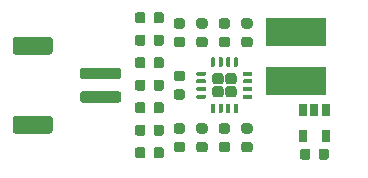
<source format=gbr>
%TF.GenerationSoftware,KiCad,Pcbnew,5.1.9+dfsg1-1~bpo10+1*%
%TF.CreationDate,Date%
%TF.ProjectId,BOOST,424f4f53-542e-46b6-9963-61645f706362,v1.8*%
%TF.SameCoordinates,Original*%
%TF.FileFunction,Paste,Top*%
%TF.FilePolarity,Positive*%
%FSLAX46Y46*%
G04 Gerber Fmt 4.6, Leading zero omitted, Abs format (unit mm)*
G04 Created by KiCad*
%MOMM*%
%LPD*%
G01*
G04 APERTURE LIST*
%ADD10R,5.100000X2.350000*%
%ADD11R,0.650000X1.060000*%
G04 APERTURE END LIST*
D10*
%TO.C,L1*%
X23241000Y-7282000D03*
X23241000Y-3132000D03*
%TD*%
%TO.C,C3*%
G36*
G01*
X19306250Y-2825000D02*
X18793750Y-2825000D01*
G75*
G02*
X18575000Y-2606250I0J218750D01*
G01*
X18575000Y-2168750D01*
G75*
G02*
X18793750Y-1950000I218750J0D01*
G01*
X19306250Y-1950000D01*
G75*
G02*
X19525000Y-2168750I0J-218750D01*
G01*
X19525000Y-2606250D01*
G75*
G02*
X19306250Y-2825000I-218750J0D01*
G01*
G37*
G36*
G01*
X19306250Y-4400000D02*
X18793750Y-4400000D01*
G75*
G02*
X18575000Y-4181250I0J218750D01*
G01*
X18575000Y-3743750D01*
G75*
G02*
X18793750Y-3525000I218750J0D01*
G01*
X19306250Y-3525000D01*
G75*
G02*
X19525000Y-3743750I0J-218750D01*
G01*
X19525000Y-4181250D01*
G75*
G02*
X19306250Y-4400000I-218750J0D01*
G01*
G37*
%TD*%
%TO.C,C6*%
G36*
G01*
X18793750Y-12415000D02*
X19306250Y-12415000D01*
G75*
G02*
X19525000Y-12633750I0J-218750D01*
G01*
X19525000Y-13071250D01*
G75*
G02*
X19306250Y-13290000I-218750J0D01*
G01*
X18793750Y-13290000D01*
G75*
G02*
X18575000Y-13071250I0J218750D01*
G01*
X18575000Y-12633750D01*
G75*
G02*
X18793750Y-12415000I218750J0D01*
G01*
G37*
G36*
G01*
X18793750Y-10840000D02*
X19306250Y-10840000D01*
G75*
G02*
X19525000Y-11058750I0J-218750D01*
G01*
X19525000Y-11496250D01*
G75*
G02*
X19306250Y-11715000I-218750J0D01*
G01*
X18793750Y-11715000D01*
G75*
G02*
X18575000Y-11496250I0J218750D01*
G01*
X18575000Y-11058750D01*
G75*
G02*
X18793750Y-10840000I218750J0D01*
G01*
G37*
%TD*%
%TO.C,C7*%
G36*
G01*
X16888750Y-12415000D02*
X17401250Y-12415000D01*
G75*
G02*
X17620000Y-12633750I0J-218750D01*
G01*
X17620000Y-13071250D01*
G75*
G02*
X17401250Y-13290000I-218750J0D01*
G01*
X16888750Y-13290000D01*
G75*
G02*
X16670000Y-13071250I0J218750D01*
G01*
X16670000Y-12633750D01*
G75*
G02*
X16888750Y-12415000I218750J0D01*
G01*
G37*
G36*
G01*
X16888750Y-10840000D02*
X17401250Y-10840000D01*
G75*
G02*
X17620000Y-11058750I0J-218750D01*
G01*
X17620000Y-11496250D01*
G75*
G02*
X17401250Y-11715000I-218750J0D01*
G01*
X16888750Y-11715000D01*
G75*
G02*
X16670000Y-11496250I0J218750D01*
G01*
X16670000Y-11058750D01*
G75*
G02*
X16888750Y-10840000I218750J0D01*
G01*
G37*
%TD*%
%TO.C,C5*%
G36*
G01*
X10445000Y-5458750D02*
X10445000Y-5971250D01*
G75*
G02*
X10226250Y-6190000I-218750J0D01*
G01*
X9788750Y-6190000D01*
G75*
G02*
X9570000Y-5971250I0J218750D01*
G01*
X9570000Y-5458750D01*
G75*
G02*
X9788750Y-5240000I218750J0D01*
G01*
X10226250Y-5240000D01*
G75*
G02*
X10445000Y-5458750I0J-218750D01*
G01*
G37*
G36*
G01*
X12020000Y-5458750D02*
X12020000Y-5971250D01*
G75*
G02*
X11801250Y-6190000I-218750J0D01*
G01*
X11363750Y-6190000D01*
G75*
G02*
X11145000Y-5971250I0J218750D01*
G01*
X11145000Y-5458750D01*
G75*
G02*
X11363750Y-5240000I218750J0D01*
G01*
X11801250Y-5240000D01*
G75*
G02*
X12020000Y-5458750I0J-218750D01*
G01*
G37*
%TD*%
%TO.C,C4*%
G36*
G01*
X17401250Y-2825000D02*
X16888750Y-2825000D01*
G75*
G02*
X16670000Y-2606250I0J218750D01*
G01*
X16670000Y-2168750D01*
G75*
G02*
X16888750Y-1950000I218750J0D01*
G01*
X17401250Y-1950000D01*
G75*
G02*
X17620000Y-2168750I0J-218750D01*
G01*
X17620000Y-2606250D01*
G75*
G02*
X17401250Y-2825000I-218750J0D01*
G01*
G37*
G36*
G01*
X17401250Y-4400000D02*
X16888750Y-4400000D01*
G75*
G02*
X16670000Y-4181250I0J218750D01*
G01*
X16670000Y-3743750D01*
G75*
G02*
X16888750Y-3525000I218750J0D01*
G01*
X17401250Y-3525000D01*
G75*
G02*
X17620000Y-3743750I0J-218750D01*
G01*
X17620000Y-4181250D01*
G75*
G02*
X17401250Y-4400000I-218750J0D01*
G01*
G37*
%TD*%
%TO.C,R8*%
G36*
G01*
X13078750Y-12415000D02*
X13591250Y-12415000D01*
G75*
G02*
X13810000Y-12633750I0J-218750D01*
G01*
X13810000Y-13071250D01*
G75*
G02*
X13591250Y-13290000I-218750J0D01*
G01*
X13078750Y-13290000D01*
G75*
G02*
X12860000Y-13071250I0J218750D01*
G01*
X12860000Y-12633750D01*
G75*
G02*
X13078750Y-12415000I218750J0D01*
G01*
G37*
G36*
G01*
X13078750Y-10840000D02*
X13591250Y-10840000D01*
G75*
G02*
X13810000Y-11058750I0J-218750D01*
G01*
X13810000Y-11496250D01*
G75*
G02*
X13591250Y-11715000I-218750J0D01*
G01*
X13078750Y-11715000D01*
G75*
G02*
X12860000Y-11496250I0J218750D01*
G01*
X12860000Y-11058750D01*
G75*
G02*
X13078750Y-10840000I218750J0D01*
G01*
G37*
%TD*%
%TO.C,R7*%
G36*
G01*
X15496250Y-11715000D02*
X14983750Y-11715000D01*
G75*
G02*
X14765000Y-11496250I0J218750D01*
G01*
X14765000Y-11058750D01*
G75*
G02*
X14983750Y-10840000I218750J0D01*
G01*
X15496250Y-10840000D01*
G75*
G02*
X15715000Y-11058750I0J-218750D01*
G01*
X15715000Y-11496250D01*
G75*
G02*
X15496250Y-11715000I-218750J0D01*
G01*
G37*
G36*
G01*
X15496250Y-13290000D02*
X14983750Y-13290000D01*
G75*
G02*
X14765000Y-13071250I0J218750D01*
G01*
X14765000Y-12633750D01*
G75*
G02*
X14983750Y-12415000I218750J0D01*
G01*
X15496250Y-12415000D01*
G75*
G02*
X15715000Y-12633750I0J-218750D01*
G01*
X15715000Y-13071250D01*
G75*
G02*
X15496250Y-13290000I-218750J0D01*
G01*
G37*
%TD*%
%TO.C,R6*%
G36*
G01*
X14983750Y-3525000D02*
X15496250Y-3525000D01*
G75*
G02*
X15715000Y-3743750I0J-218750D01*
G01*
X15715000Y-4181250D01*
G75*
G02*
X15496250Y-4400000I-218750J0D01*
G01*
X14983750Y-4400000D01*
G75*
G02*
X14765000Y-4181250I0J218750D01*
G01*
X14765000Y-3743750D01*
G75*
G02*
X14983750Y-3525000I218750J0D01*
G01*
G37*
G36*
G01*
X14983750Y-1950000D02*
X15496250Y-1950000D01*
G75*
G02*
X15715000Y-2168750I0J-218750D01*
G01*
X15715000Y-2606250D01*
G75*
G02*
X15496250Y-2825000I-218750J0D01*
G01*
X14983750Y-2825000D01*
G75*
G02*
X14765000Y-2606250I0J218750D01*
G01*
X14765000Y-2168750D01*
G75*
G02*
X14983750Y-1950000I218750J0D01*
G01*
G37*
%TD*%
%TO.C,R5*%
G36*
G01*
X13591250Y-2825000D02*
X13078750Y-2825000D01*
G75*
G02*
X12860000Y-2606250I0J218750D01*
G01*
X12860000Y-2168750D01*
G75*
G02*
X13078750Y-1950000I218750J0D01*
G01*
X13591250Y-1950000D01*
G75*
G02*
X13810000Y-2168750I0J-218750D01*
G01*
X13810000Y-2606250D01*
G75*
G02*
X13591250Y-2825000I-218750J0D01*
G01*
G37*
G36*
G01*
X13591250Y-4400000D02*
X13078750Y-4400000D01*
G75*
G02*
X12860000Y-4181250I0J218750D01*
G01*
X12860000Y-3743750D01*
G75*
G02*
X13078750Y-3525000I218750J0D01*
G01*
X13591250Y-3525000D01*
G75*
G02*
X13810000Y-3743750I0J-218750D01*
G01*
X13810000Y-4181250D01*
G75*
G02*
X13591250Y-4400000I-218750J0D01*
G01*
G37*
%TD*%
%TO.C,R4*%
G36*
G01*
X13591250Y-7270000D02*
X13078750Y-7270000D01*
G75*
G02*
X12860000Y-7051250I0J218750D01*
G01*
X12860000Y-6613750D01*
G75*
G02*
X13078750Y-6395000I218750J0D01*
G01*
X13591250Y-6395000D01*
G75*
G02*
X13810000Y-6613750I0J-218750D01*
G01*
X13810000Y-7051250D01*
G75*
G02*
X13591250Y-7270000I-218750J0D01*
G01*
G37*
G36*
G01*
X13591250Y-8845000D02*
X13078750Y-8845000D01*
G75*
G02*
X12860000Y-8626250I0J218750D01*
G01*
X12860000Y-8188750D01*
G75*
G02*
X13078750Y-7970000I218750J0D01*
G01*
X13591250Y-7970000D01*
G75*
G02*
X13810000Y-8188750I0J-218750D01*
G01*
X13810000Y-8626250D01*
G75*
G02*
X13591250Y-8845000I-218750J0D01*
G01*
G37*
%TD*%
%TO.C,R3*%
G36*
G01*
X25115000Y-13718250D02*
X25115000Y-13205750D01*
G75*
G02*
X25333750Y-12987000I218750J0D01*
G01*
X25771250Y-12987000D01*
G75*
G02*
X25990000Y-13205750I0J-218750D01*
G01*
X25990000Y-13718250D01*
G75*
G02*
X25771250Y-13937000I-218750J0D01*
G01*
X25333750Y-13937000D01*
G75*
G02*
X25115000Y-13718250I0J218750D01*
G01*
G37*
G36*
G01*
X23540000Y-13718250D02*
X23540000Y-13205750D01*
G75*
G02*
X23758750Y-12987000I218750J0D01*
G01*
X24196250Y-12987000D01*
G75*
G02*
X24415000Y-13205750I0J-218750D01*
G01*
X24415000Y-13718250D01*
G75*
G02*
X24196250Y-13937000I-218750J0D01*
G01*
X23758750Y-13937000D01*
G75*
G02*
X23540000Y-13718250I0J218750D01*
G01*
G37*
%TD*%
%TO.C,U2*%
G36*
G01*
X18295000Y-9257500D02*
X18295000Y-9907500D01*
G75*
G02*
X18207500Y-9995000I-87500J0D01*
G01*
X18032500Y-9995000D01*
G75*
G02*
X17945000Y-9907500I0J87500D01*
G01*
X17945000Y-9257500D01*
G75*
G02*
X18032500Y-9170000I87500J0D01*
G01*
X18207500Y-9170000D01*
G75*
G02*
X18295000Y-9257500I0J-87500D01*
G01*
G37*
G36*
G01*
X17645000Y-9257500D02*
X17645000Y-9907500D01*
G75*
G02*
X17557500Y-9995000I-87500J0D01*
G01*
X17382500Y-9995000D01*
G75*
G02*
X17295000Y-9907500I0J87500D01*
G01*
X17295000Y-9257500D01*
G75*
G02*
X17382500Y-9170000I87500J0D01*
G01*
X17557500Y-9170000D01*
G75*
G02*
X17645000Y-9257500I0J-87500D01*
G01*
G37*
G36*
G01*
X16995000Y-9257500D02*
X16995000Y-9907500D01*
G75*
G02*
X16907500Y-9995000I-87500J0D01*
G01*
X16732500Y-9995000D01*
G75*
G02*
X16645000Y-9907500I0J87500D01*
G01*
X16645000Y-9257500D01*
G75*
G02*
X16732500Y-9170000I87500J0D01*
G01*
X16907500Y-9170000D01*
G75*
G02*
X16995000Y-9257500I0J-87500D01*
G01*
G37*
G36*
G01*
X16345000Y-9257500D02*
X16345000Y-9907500D01*
G75*
G02*
X16257500Y-9995000I-87500J0D01*
G01*
X16082500Y-9995000D01*
G75*
G02*
X15995000Y-9907500I0J87500D01*
G01*
X15995000Y-9257500D01*
G75*
G02*
X16082500Y-9170000I87500J0D01*
G01*
X16257500Y-9170000D01*
G75*
G02*
X16345000Y-9257500I0J-87500D01*
G01*
G37*
G36*
G01*
X15595000Y-8507500D02*
X15595000Y-8682500D01*
G75*
G02*
X15507500Y-8770000I-87500J0D01*
G01*
X14857500Y-8770000D01*
G75*
G02*
X14770000Y-8682500I0J87500D01*
G01*
X14770000Y-8507500D01*
G75*
G02*
X14857500Y-8420000I87500J0D01*
G01*
X15507500Y-8420000D01*
G75*
G02*
X15595000Y-8507500I0J-87500D01*
G01*
G37*
G36*
G01*
X15595000Y-7857500D02*
X15595000Y-8032500D01*
G75*
G02*
X15507500Y-8120000I-87500J0D01*
G01*
X14857500Y-8120000D01*
G75*
G02*
X14770000Y-8032500I0J87500D01*
G01*
X14770000Y-7857500D01*
G75*
G02*
X14857500Y-7770000I87500J0D01*
G01*
X15507500Y-7770000D01*
G75*
G02*
X15595000Y-7857500I0J-87500D01*
G01*
G37*
G36*
G01*
X15595000Y-7207500D02*
X15595000Y-7382500D01*
G75*
G02*
X15507500Y-7470000I-87500J0D01*
G01*
X14857500Y-7470000D01*
G75*
G02*
X14770000Y-7382500I0J87500D01*
G01*
X14770000Y-7207500D01*
G75*
G02*
X14857500Y-7120000I87500J0D01*
G01*
X15507500Y-7120000D01*
G75*
G02*
X15595000Y-7207500I0J-87500D01*
G01*
G37*
G36*
G01*
X15595000Y-6557500D02*
X15595000Y-6732500D01*
G75*
G02*
X15507500Y-6820000I-87500J0D01*
G01*
X14857500Y-6820000D01*
G75*
G02*
X14770000Y-6732500I0J87500D01*
G01*
X14770000Y-6557500D01*
G75*
G02*
X14857500Y-6470000I87500J0D01*
G01*
X15507500Y-6470000D01*
G75*
G02*
X15595000Y-6557500I0J-87500D01*
G01*
G37*
G36*
G01*
X16345000Y-5332500D02*
X16345000Y-5982500D01*
G75*
G02*
X16257500Y-6070000I-87500J0D01*
G01*
X16082500Y-6070000D01*
G75*
G02*
X15995000Y-5982500I0J87500D01*
G01*
X15995000Y-5332500D01*
G75*
G02*
X16082500Y-5245000I87500J0D01*
G01*
X16257500Y-5245000D01*
G75*
G02*
X16345000Y-5332500I0J-87500D01*
G01*
G37*
G36*
G01*
X16995000Y-5332500D02*
X16995000Y-5982500D01*
G75*
G02*
X16907500Y-6070000I-87500J0D01*
G01*
X16732500Y-6070000D01*
G75*
G02*
X16645000Y-5982500I0J87500D01*
G01*
X16645000Y-5332500D01*
G75*
G02*
X16732500Y-5245000I87500J0D01*
G01*
X16907500Y-5245000D01*
G75*
G02*
X16995000Y-5332500I0J-87500D01*
G01*
G37*
G36*
G01*
X17645000Y-5332500D02*
X17645000Y-5982500D01*
G75*
G02*
X17557500Y-6070000I-87500J0D01*
G01*
X17382500Y-6070000D01*
G75*
G02*
X17295000Y-5982500I0J87500D01*
G01*
X17295000Y-5332500D01*
G75*
G02*
X17382500Y-5245000I87500J0D01*
G01*
X17557500Y-5245000D01*
G75*
G02*
X17645000Y-5332500I0J-87500D01*
G01*
G37*
G36*
G01*
X18295000Y-5332500D02*
X18295000Y-5982500D01*
G75*
G02*
X18207500Y-6070000I-87500J0D01*
G01*
X18032500Y-6070000D01*
G75*
G02*
X17945000Y-5982500I0J87500D01*
G01*
X17945000Y-5332500D01*
G75*
G02*
X18032500Y-5245000I87500J0D01*
G01*
X18207500Y-5245000D01*
G75*
G02*
X18295000Y-5332500I0J-87500D01*
G01*
G37*
G36*
G01*
X19520000Y-6557500D02*
X19520000Y-6732500D01*
G75*
G02*
X19432500Y-6820000I-87500J0D01*
G01*
X18782500Y-6820000D01*
G75*
G02*
X18695000Y-6732500I0J87500D01*
G01*
X18695000Y-6557500D01*
G75*
G02*
X18782500Y-6470000I87500J0D01*
G01*
X19432500Y-6470000D01*
G75*
G02*
X19520000Y-6557500I0J-87500D01*
G01*
G37*
G36*
G01*
X19520000Y-7207500D02*
X19520000Y-7382500D01*
G75*
G02*
X19432500Y-7470000I-87500J0D01*
G01*
X18782500Y-7470000D01*
G75*
G02*
X18695000Y-7382500I0J87500D01*
G01*
X18695000Y-7207500D01*
G75*
G02*
X18782500Y-7120000I87500J0D01*
G01*
X19432500Y-7120000D01*
G75*
G02*
X19520000Y-7207500I0J-87500D01*
G01*
G37*
G36*
G01*
X19520000Y-7857500D02*
X19520000Y-8032500D01*
G75*
G02*
X19432500Y-8120000I-87500J0D01*
G01*
X18782500Y-8120000D01*
G75*
G02*
X18695000Y-8032500I0J87500D01*
G01*
X18695000Y-7857500D01*
G75*
G02*
X18782500Y-7770000I87500J0D01*
G01*
X19432500Y-7770000D01*
G75*
G02*
X19520000Y-7857500I0J-87500D01*
G01*
G37*
G36*
G01*
X19520000Y-8507500D02*
X19520000Y-8682500D01*
G75*
G02*
X19432500Y-8770000I-87500J0D01*
G01*
X18782500Y-8770000D01*
G75*
G02*
X18695000Y-8682500I0J87500D01*
G01*
X18695000Y-8507500D01*
G75*
G02*
X18782500Y-8420000I87500J0D01*
G01*
X19432500Y-8420000D01*
G75*
G02*
X19520000Y-8507500I0J-87500D01*
G01*
G37*
G36*
G01*
X17072297Y-6831351D02*
X17072297Y-7308649D01*
G75*
G02*
X16833649Y-7547297I-238648J0D01*
G01*
X16356351Y-7547297D01*
G75*
G02*
X16117703Y-7308649I0J238648D01*
G01*
X16117703Y-6831351D01*
G75*
G02*
X16356351Y-6592703I238648J0D01*
G01*
X16833649Y-6592703D01*
G75*
G02*
X17072297Y-6831351I0J-238648D01*
G01*
G37*
G36*
G01*
X17072297Y-7931351D02*
X17072297Y-8408649D01*
G75*
G02*
X16833649Y-8647297I-238648J0D01*
G01*
X16356351Y-8647297D01*
G75*
G02*
X16117703Y-8408649I0J238648D01*
G01*
X16117703Y-7931351D01*
G75*
G02*
X16356351Y-7692703I238648J0D01*
G01*
X16833649Y-7692703D01*
G75*
G02*
X17072297Y-7931351I0J-238648D01*
G01*
G37*
G36*
G01*
X18172297Y-6831351D02*
X18172297Y-7308649D01*
G75*
G02*
X17933649Y-7547297I-238648J0D01*
G01*
X17456351Y-7547297D01*
G75*
G02*
X17217703Y-7308649I0J238648D01*
G01*
X17217703Y-6831351D01*
G75*
G02*
X17456351Y-6592703I238648J0D01*
G01*
X17933649Y-6592703D01*
G75*
G02*
X18172297Y-6831351I0J-238648D01*
G01*
G37*
G36*
G01*
X18172297Y-7931351D02*
X18172297Y-8408649D01*
G75*
G02*
X17933649Y-8647297I-238648J0D01*
G01*
X17456351Y-8647297D01*
G75*
G02*
X17217703Y-8408649I0J238648D01*
G01*
X17217703Y-7931351D01*
G75*
G02*
X17456351Y-7692703I238648J0D01*
G01*
X17933649Y-7692703D01*
G75*
G02*
X18172297Y-7931351I0J-238648D01*
G01*
G37*
%TD*%
D11*
%TO.C,U1*%
X25715000Y-11895000D03*
X23815000Y-11895000D03*
X23815000Y-9695000D03*
X24765000Y-9695000D03*
X25715000Y-9695000D03*
%TD*%
%TO.C,J1*%
G36*
G01*
X-540000Y-10220000D02*
X2360000Y-10220000D01*
G75*
G02*
X2610000Y-10470000I0J-250000D01*
G01*
X2610000Y-11470000D01*
G75*
G02*
X2360000Y-11720000I-250000J0D01*
G01*
X-540000Y-11720000D01*
G75*
G02*
X-790000Y-11470000I0J250000D01*
G01*
X-790000Y-10470000D01*
G75*
G02*
X-540000Y-10220000I250000J0D01*
G01*
G37*
G36*
G01*
X-540000Y-3520000D02*
X2360000Y-3520000D01*
G75*
G02*
X2610000Y-3770000I0J-250000D01*
G01*
X2610000Y-4770000D01*
G75*
G02*
X2360000Y-5020000I-250000J0D01*
G01*
X-540000Y-5020000D01*
G75*
G02*
X-790000Y-4770000I0J250000D01*
G01*
X-790000Y-3770000D01*
G75*
G02*
X-540000Y-3520000I250000J0D01*
G01*
G37*
G36*
G01*
X5160000Y-8120000D02*
X8160000Y-8120000D01*
G75*
G02*
X8410000Y-8370000I0J-250000D01*
G01*
X8410000Y-8870000D01*
G75*
G02*
X8160000Y-9120000I-250000J0D01*
G01*
X5160000Y-9120000D01*
G75*
G02*
X4910000Y-8870000I0J250000D01*
G01*
X4910000Y-8370000D01*
G75*
G02*
X5160000Y-8120000I250000J0D01*
G01*
G37*
G36*
G01*
X5160000Y-6120000D02*
X8160000Y-6120000D01*
G75*
G02*
X8410000Y-6370000I0J-250000D01*
G01*
X8410000Y-6870000D01*
G75*
G02*
X8160000Y-7120000I-250000J0D01*
G01*
X5160000Y-7120000D01*
G75*
G02*
X4910000Y-6870000I0J250000D01*
G01*
X4910000Y-6370000D01*
G75*
G02*
X5160000Y-6120000I250000J0D01*
G01*
G37*
%TD*%
%TO.C,R2*%
G36*
G01*
X11145000Y-2161250D02*
X11145000Y-1648750D01*
G75*
G02*
X11363750Y-1430000I218750J0D01*
G01*
X11801250Y-1430000D01*
G75*
G02*
X12020000Y-1648750I0J-218750D01*
G01*
X12020000Y-2161250D01*
G75*
G02*
X11801250Y-2380000I-218750J0D01*
G01*
X11363750Y-2380000D01*
G75*
G02*
X11145000Y-2161250I0J218750D01*
G01*
G37*
G36*
G01*
X9570000Y-2161250D02*
X9570000Y-1648750D01*
G75*
G02*
X9788750Y-1430000I218750J0D01*
G01*
X10226250Y-1430000D01*
G75*
G02*
X10445000Y-1648750I0J-218750D01*
G01*
X10445000Y-2161250D01*
G75*
G02*
X10226250Y-2380000I-218750J0D01*
G01*
X9788750Y-2380000D01*
G75*
G02*
X9570000Y-2161250I0J218750D01*
G01*
G37*
%TD*%
%TO.C,R1*%
G36*
G01*
X10445000Y-3553750D02*
X10445000Y-4066250D01*
G75*
G02*
X10226250Y-4285000I-218750J0D01*
G01*
X9788750Y-4285000D01*
G75*
G02*
X9570000Y-4066250I0J218750D01*
G01*
X9570000Y-3553750D01*
G75*
G02*
X9788750Y-3335000I218750J0D01*
G01*
X10226250Y-3335000D01*
G75*
G02*
X10445000Y-3553750I0J-218750D01*
G01*
G37*
G36*
G01*
X12020000Y-3553750D02*
X12020000Y-4066250D01*
G75*
G02*
X11801250Y-4285000I-218750J0D01*
G01*
X11363750Y-4285000D01*
G75*
G02*
X11145000Y-4066250I0J218750D01*
G01*
X11145000Y-3553750D01*
G75*
G02*
X11363750Y-3335000I218750J0D01*
G01*
X11801250Y-3335000D01*
G75*
G02*
X12020000Y-3553750I0J-218750D01*
G01*
G37*
%TD*%
%TO.C,C1*%
G36*
G01*
X11145000Y-11686250D02*
X11145000Y-11173750D01*
G75*
G02*
X11363750Y-10955000I218750J0D01*
G01*
X11801250Y-10955000D01*
G75*
G02*
X12020000Y-11173750I0J-218750D01*
G01*
X12020000Y-11686250D01*
G75*
G02*
X11801250Y-11905000I-218750J0D01*
G01*
X11363750Y-11905000D01*
G75*
G02*
X11145000Y-11686250I0J218750D01*
G01*
G37*
G36*
G01*
X9570000Y-11686250D02*
X9570000Y-11173750D01*
G75*
G02*
X9788750Y-10955000I218750J0D01*
G01*
X10226250Y-10955000D01*
G75*
G02*
X10445000Y-11173750I0J-218750D01*
G01*
X10445000Y-11686250D01*
G75*
G02*
X10226250Y-11905000I-218750J0D01*
G01*
X9788750Y-11905000D01*
G75*
G02*
X9570000Y-11686250I0J218750D01*
G01*
G37*
%TD*%
%TO.C,F1*%
G36*
G01*
X11145000Y-7876250D02*
X11145000Y-7363750D01*
G75*
G02*
X11363750Y-7145000I218750J0D01*
G01*
X11801250Y-7145000D01*
G75*
G02*
X12020000Y-7363750I0J-218750D01*
G01*
X12020000Y-7876250D01*
G75*
G02*
X11801250Y-8095000I-218750J0D01*
G01*
X11363750Y-8095000D01*
G75*
G02*
X11145000Y-7876250I0J218750D01*
G01*
G37*
G36*
G01*
X9570000Y-7876250D02*
X9570000Y-7363750D01*
G75*
G02*
X9788750Y-7145000I218750J0D01*
G01*
X10226250Y-7145000D01*
G75*
G02*
X10445000Y-7363750I0J-218750D01*
G01*
X10445000Y-7876250D01*
G75*
G02*
X10226250Y-8095000I-218750J0D01*
G01*
X9788750Y-8095000D01*
G75*
G02*
X9570000Y-7876250I0J218750D01*
G01*
G37*
%TD*%
%TO.C,D1*%
G36*
G01*
X11145000Y-9781250D02*
X11145000Y-9268750D01*
G75*
G02*
X11363750Y-9050000I218750J0D01*
G01*
X11801250Y-9050000D01*
G75*
G02*
X12020000Y-9268750I0J-218750D01*
G01*
X12020000Y-9781250D01*
G75*
G02*
X11801250Y-10000000I-218750J0D01*
G01*
X11363750Y-10000000D01*
G75*
G02*
X11145000Y-9781250I0J218750D01*
G01*
G37*
G36*
G01*
X9570000Y-9781250D02*
X9570000Y-9268750D01*
G75*
G02*
X9788750Y-9050000I218750J0D01*
G01*
X10226250Y-9050000D01*
G75*
G02*
X10445000Y-9268750I0J-218750D01*
G01*
X10445000Y-9781250D01*
G75*
G02*
X10226250Y-10000000I-218750J0D01*
G01*
X9788750Y-10000000D01*
G75*
G02*
X9570000Y-9781250I0J218750D01*
G01*
G37*
%TD*%
%TO.C,C2*%
G36*
G01*
X10445000Y-13078750D02*
X10445000Y-13591250D01*
G75*
G02*
X10226250Y-13810000I-218750J0D01*
G01*
X9788750Y-13810000D01*
G75*
G02*
X9570000Y-13591250I0J218750D01*
G01*
X9570000Y-13078750D01*
G75*
G02*
X9788750Y-12860000I218750J0D01*
G01*
X10226250Y-12860000D01*
G75*
G02*
X10445000Y-13078750I0J-218750D01*
G01*
G37*
G36*
G01*
X12020000Y-13078750D02*
X12020000Y-13591250D01*
G75*
G02*
X11801250Y-13810000I-218750J0D01*
G01*
X11363750Y-13810000D01*
G75*
G02*
X11145000Y-13591250I0J218750D01*
G01*
X11145000Y-13078750D01*
G75*
G02*
X11363750Y-12860000I218750J0D01*
G01*
X11801250Y-12860000D01*
G75*
G02*
X12020000Y-13078750I0J-218750D01*
G01*
G37*
%TD*%
M02*

</source>
